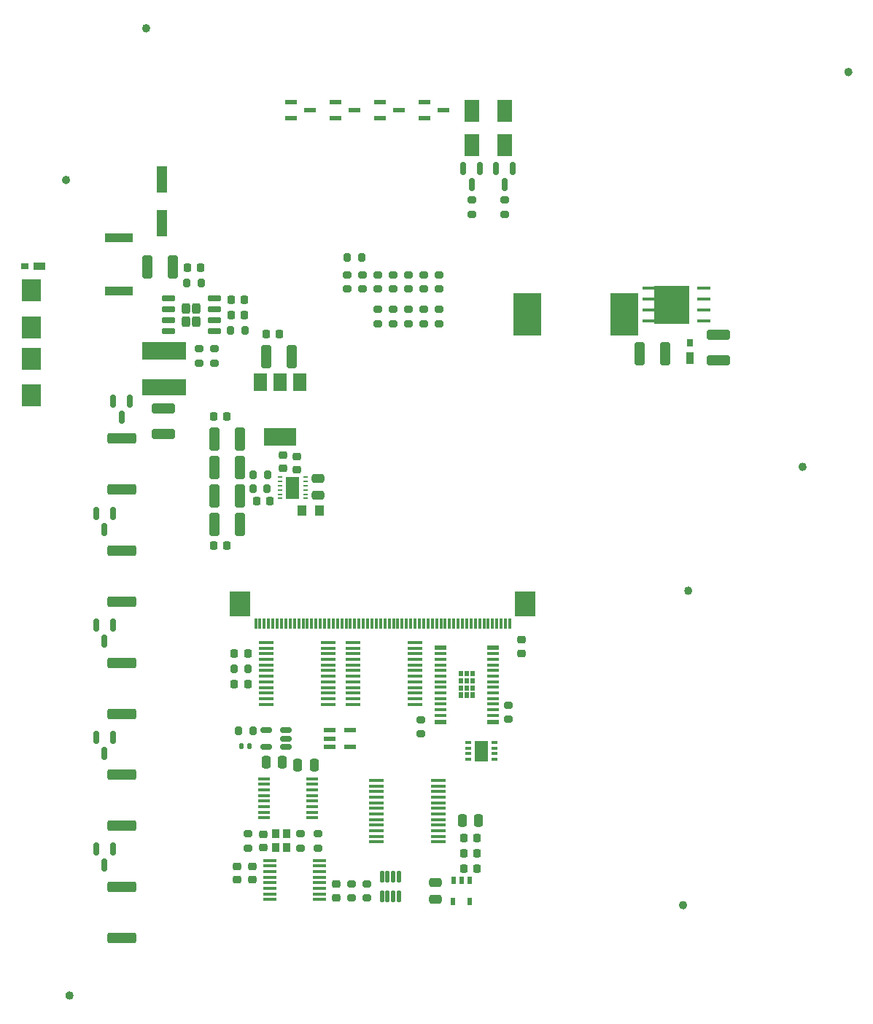
<source format=gtp>
G04 #@! TF.GenerationSoftware,KiCad,Pcbnew,(6.0.1-0)*
G04 #@! TF.CreationDate,2022-02-22T01:29:47+09:00*
G04 #@! TF.ProjectId,qPCR-main,71504352-2d6d-4616-996e-2e6b69636164,rev?*
G04 #@! TF.SameCoordinates,Original*
G04 #@! TF.FileFunction,Paste,Top*
G04 #@! TF.FilePolarity,Positive*
%FSLAX46Y46*%
G04 Gerber Fmt 4.6, Leading zero omitted, Abs format (unit mm)*
G04 Created by KiCad (PCBNEW (6.0.1-0)) date 2022-02-22 01:29:47*
%MOMM*%
%LPD*%
G01*
G04 APERTURE LIST*
G04 Aperture macros list*
%AMRoundRect*
0 Rectangle with rounded corners*
0 $1 Rounding radius*
0 $2 $3 $4 $5 $6 $7 $8 $9 X,Y pos of 4 corners*
0 Add a 4 corners polygon primitive as box body*
4,1,4,$2,$3,$4,$5,$6,$7,$8,$9,$2,$3,0*
0 Add four circle primitives for the rounded corners*
1,1,$1+$1,$2,$3*
1,1,$1+$1,$4,$5*
1,1,$1+$1,$6,$7*
1,1,$1+$1,$8,$9*
0 Add four rect primitives between the rounded corners*
20,1,$1+$1,$2,$3,$4,$5,0*
20,1,$1+$1,$4,$5,$6,$7,0*
20,1,$1+$1,$6,$7,$8,$9,0*
20,1,$1+$1,$8,$9,$2,$3,0*%
G04 Aperture macros list end*
%ADD10C,0.475000*%
%ADD11C,0.100000*%
%ADD12R,1.750000X0.450000*%
%ADD13RoundRect,0.242500X-0.242500X-0.382500X0.242500X-0.382500X0.242500X0.382500X-0.242500X0.382500X0*%
%ADD14RoundRect,0.150000X-0.650000X-0.150000X0.650000X-0.150000X0.650000X0.150000X-0.650000X0.150000X0*%
%ADD15RoundRect,0.150000X-0.150000X0.587500X-0.150000X-0.587500X0.150000X-0.587500X0.150000X0.587500X0*%
%ADD16R,1.500000X2.000000*%
%ADD17R,3.800000X2.000000*%
%ADD18R,1.500000X2.500000*%
%ADD19R,0.499999X0.249999*%
%ADD20R,0.508000X0.825500*%
%ADD21RoundRect,0.250000X0.250000X0.475000X-0.250000X0.475000X-0.250000X-0.475000X0.250000X-0.475000X0*%
%ADD22RoundRect,0.225000X0.225000X0.250000X-0.225000X0.250000X-0.225000X-0.250000X0.225000X-0.250000X0*%
%ADD23RoundRect,0.225000X-0.225000X-0.250000X0.225000X-0.250000X0.225000X0.250000X-0.225000X0.250000X0*%
%ADD24RoundRect,0.225000X0.250000X-0.225000X0.250000X0.225000X-0.250000X0.225000X-0.250000X-0.225000X0*%
%ADD25RoundRect,0.250000X-0.475000X0.250000X-0.475000X-0.250000X0.475000X-0.250000X0.475000X0.250000X0*%
%ADD26RoundRect,0.250000X0.325000X1.100000X-0.325000X1.100000X-0.325000X-1.100000X0.325000X-1.100000X0*%
%ADD27R,2.300000X2.500000*%
%ADD28R,1.000000X1.250000*%
%ADD29RoundRect,0.250000X-1.425000X0.362500X-1.425000X-0.362500X1.425000X-0.362500X1.425000X0.362500X0*%
%ADD30R,3.200000X1.000000*%
%ADD31R,5.100000X1.900000*%
%ADD32R,5.100000X2.100000*%
%ADD33RoundRect,0.200000X0.200000X0.275000X-0.200000X0.275000X-0.200000X-0.275000X0.200000X-0.275000X0*%
%ADD34R,1.800000X2.500000*%
%ADD35RoundRect,0.200000X-0.275000X0.200000X-0.275000X-0.200000X0.275000X-0.200000X0.275000X0.200000X0*%
%ADD36RoundRect,0.200000X0.275000X-0.200000X0.275000X0.200000X-0.275000X0.200000X-0.275000X-0.200000X0*%
%ADD37RoundRect,0.250000X0.475000X-0.250000X0.475000X0.250000X-0.475000X0.250000X-0.475000X-0.250000X0*%
%ADD38R,0.650000X0.350000*%
%ADD39R,1.500000X2.400000*%
%ADD40RoundRect,0.225000X-0.250000X0.225000X-0.250000X-0.225000X0.250000X-0.225000X0.250000X0.225000X0*%
%ADD41RoundRect,0.125000X0.125000X-0.537500X0.125000X0.537500X-0.125000X0.537500X-0.125000X-0.537500X0*%
%ADD42RoundRect,0.150000X0.512500X0.150000X-0.512500X0.150000X-0.512500X-0.150000X0.512500X-0.150000X0*%
%ADD43RoundRect,0.250000X-0.250000X-0.475000X0.250000X-0.475000X0.250000X0.475000X-0.250000X0.475000X0*%
%ADD44R,0.900000X1.000000*%
%ADD45R,1.473200X0.355600*%
%ADD46R,1.570000X0.410000*%
%ADD47R,1.473200X0.558800*%
%ADD48R,0.300000X1.250000*%
%ADD49R,2.400000X3.000000*%
%ADD50R,1.350000X0.600000*%
%ADD51R,1.350000X0.400000*%
%ADD52R,1.219200X3.098800*%
%ADD53R,1.320800X0.558800*%
%ADD54R,1.397000X0.889000*%
%ADD55R,0.863600X0.762000*%
%ADD56RoundRect,0.200000X-0.200000X-0.275000X0.200000X-0.275000X0.200000X0.275000X-0.200000X0.275000X0*%
%ADD57R,0.889000X1.397000*%
%ADD58R,0.762000X0.863600*%
%ADD59R,1.516000X0.457200*%
%ADD60RoundRect,0.250000X1.100000X-0.325000X1.100000X0.325000X-1.100000X0.325000X-1.100000X-0.325000X0*%
%ADD61R,3.250000X5.000000*%
%ADD62RoundRect,0.250000X-0.325000X-1.100000X0.325000X-1.100000X0.325000X1.100000X-0.325000X1.100000X0*%
%ADD63RoundRect,0.140000X-0.140000X-0.170000X0.140000X-0.170000X0.140000X0.170000X-0.140000X0.170000X0*%
G04 APERTURE END LIST*
D10*
X87737503Y-52824990D02*
G75*
G03*
X87737503Y-52824990I-237500J0D01*
G01*
X88137500Y-147500000D02*
G75*
G03*
X88137500Y-147500000I-237500J0D01*
G01*
X97037510Y-35224999D02*
G75*
G03*
X97037510Y-35224999I-237500J0D01*
G01*
X178562493Y-40299996D02*
G75*
G03*
X178562493Y-40299996I-237500J0D01*
G01*
X173237510Y-86124999D02*
G75*
G03*
X173237510Y-86124999I-237500J0D01*
G01*
X159977500Y-100510000D02*
G75*
G03*
X159977500Y-100510000I-237500J0D01*
G01*
X159377500Y-137010000D02*
G75*
G03*
X159377500Y-137010000I-237500J0D01*
G01*
G36*
X133566892Y-110461109D02*
G01*
X133066892Y-110461109D01*
X133066892Y-109861109D01*
X133566892Y-109861109D01*
X133566892Y-110461109D01*
G37*
G36*
X134966892Y-111281109D02*
G01*
X134466892Y-111281109D01*
X134466892Y-110681109D01*
X134966892Y-110681109D01*
X134966892Y-111281109D01*
G37*
G36*
X134966892Y-112921109D02*
G01*
X134466892Y-112921109D01*
X134466892Y-112321109D01*
X134966892Y-112321109D01*
X134966892Y-112921109D01*
G37*
G36*
X133566892Y-111281109D02*
G01*
X133066892Y-111281109D01*
X133066892Y-110681109D01*
X133566892Y-110681109D01*
X133566892Y-111281109D01*
G37*
G36*
X134266892Y-112101109D02*
G01*
X133766892Y-112101109D01*
X133766892Y-111501109D01*
X134266892Y-111501109D01*
X134266892Y-112101109D01*
G37*
G36*
X134266892Y-111281109D02*
G01*
X133766892Y-111281109D01*
X133766892Y-110681109D01*
X134266892Y-110681109D01*
X134266892Y-111281109D01*
G37*
G36*
X134266892Y-110461109D02*
G01*
X133766892Y-110461109D01*
X133766892Y-109861109D01*
X134266892Y-109861109D01*
X134266892Y-110461109D01*
G37*
G36*
X134266892Y-112921109D02*
G01*
X133766892Y-112921109D01*
X133766892Y-112321109D01*
X134266892Y-112321109D01*
X134266892Y-112921109D01*
G37*
G36*
X134966892Y-112101109D02*
G01*
X134466892Y-112101109D01*
X134466892Y-111501109D01*
X134966892Y-111501109D01*
X134966892Y-112101109D01*
G37*
G36*
X134966892Y-110461109D02*
G01*
X134466892Y-110461109D01*
X134466892Y-109861109D01*
X134966892Y-109861109D01*
X134966892Y-110461109D01*
G37*
G36*
X133566892Y-112921109D02*
G01*
X133066892Y-112921109D01*
X133066892Y-112321109D01*
X133566892Y-112321109D01*
X133566892Y-112921109D01*
G37*
G36*
X133566892Y-112101109D02*
G01*
X133066892Y-112101109D01*
X133066892Y-111501109D01*
X133566892Y-111501109D01*
X133566892Y-112101109D01*
G37*
D11*
X155773799Y-69459000D02*
X159761599Y-69459000D01*
X159761599Y-69459000D02*
X159761599Y-65141000D01*
X159761599Y-65141000D02*
X155773799Y-65141000D01*
X155773799Y-65141000D02*
X155773799Y-69459000D01*
G36*
X159761599Y-69459000D02*
G01*
X155773799Y-69459000D01*
X155773799Y-65141000D01*
X159761599Y-65141000D01*
X159761599Y-69459000D01*
G37*
X159761599Y-69459000D02*
X155773799Y-69459000D01*
X155773799Y-65141000D01*
X159761599Y-65141000D01*
X159761599Y-69459000D01*
D12*
X110740005Y-106534000D03*
X110740005Y-107184000D03*
X110740005Y-107834000D03*
X110740005Y-108484000D03*
X110740005Y-109134000D03*
X110740005Y-109784000D03*
X110740005Y-110434000D03*
X110740005Y-111084000D03*
X110740005Y-111734000D03*
X110740005Y-112384000D03*
X110740005Y-113034000D03*
X110740005Y-113684000D03*
X117940005Y-113684000D03*
X117940005Y-113034000D03*
X117940005Y-112384000D03*
X117940005Y-111734000D03*
X117940005Y-111084000D03*
X117940005Y-110434000D03*
X117940005Y-109784000D03*
X117940005Y-109134000D03*
X117940005Y-108484000D03*
X117940005Y-107834000D03*
X117940005Y-107184000D03*
X117940005Y-106534000D03*
D13*
X101450012Y-69274990D03*
X102650012Y-69274990D03*
X101450012Y-67724990D03*
X102650012Y-67724990D03*
D14*
X99400012Y-66594990D03*
X99400012Y-67864990D03*
X99400012Y-69134990D03*
X99400012Y-70404990D03*
X104700012Y-70404990D03*
X104700012Y-69134990D03*
X104700012Y-67864990D03*
X104700012Y-66594990D03*
D15*
X94886000Y-78512500D03*
X92986000Y-78512500D03*
X93936000Y-80387500D03*
X92926000Y-91512500D03*
X91026000Y-91512500D03*
X91976000Y-93387500D03*
X92926000Y-104512500D03*
X91026000Y-104512500D03*
X91976000Y-106387500D03*
X92926000Y-117512500D03*
X91026000Y-117512500D03*
X91976000Y-119387500D03*
X92926000Y-130512500D03*
X91026000Y-130512500D03*
X91976000Y-132387500D03*
D16*
X114625000Y-76325000D03*
X112325000Y-76325000D03*
X110025000Y-76325000D03*
D17*
X112325000Y-82625000D03*
D18*
X113830000Y-88550000D03*
D19*
X115280000Y-87300000D03*
X115280000Y-87799999D03*
X115280000Y-88300000D03*
X115280000Y-88800000D03*
X115280000Y-89300001D03*
X115280000Y-89800000D03*
X112380000Y-89800000D03*
X112380000Y-89300001D03*
X112380000Y-88800000D03*
X112380000Y-88300000D03*
X112380000Y-87799999D03*
X112380000Y-87300000D03*
D20*
X134349795Y-134096354D03*
X133409995Y-134096354D03*
X132470195Y-134096354D03*
X132457495Y-136623654D03*
X134362495Y-136623654D03*
D21*
X135410000Y-127150000D03*
X133510000Y-127150000D03*
D22*
X135235000Y-129182000D03*
X133685000Y-129182000D03*
D23*
X110725000Y-70670000D03*
X112275000Y-70670000D03*
D22*
X135235000Y-130960000D03*
X133685000Y-130960000D03*
X104625000Y-80280000D03*
X106175000Y-80280000D03*
X109625000Y-90090000D03*
X111175000Y-90090000D03*
D24*
X114290000Y-84945000D03*
X114290000Y-86495000D03*
X112670000Y-84775000D03*
X112670000Y-86325000D03*
D25*
X116770000Y-89410000D03*
X116770000Y-87510000D03*
D26*
X104725000Y-89480000D03*
X107675000Y-89480000D03*
D27*
X83500000Y-69950000D03*
X83500000Y-65650000D03*
X83500000Y-73550000D03*
X83500000Y-77850000D03*
D28*
X114880000Y-91220000D03*
X116880000Y-91220000D03*
D29*
X93936000Y-82857500D03*
X93936000Y-88782500D03*
X93936000Y-95857500D03*
X93936000Y-101782500D03*
X93936000Y-108857500D03*
X93936000Y-114782500D03*
X93936000Y-121857500D03*
X93936000Y-127782500D03*
X93936000Y-134857500D03*
X93936000Y-140782500D03*
D22*
X135235000Y-132738000D03*
X133685000Y-132738000D03*
D30*
X93650000Y-59500000D03*
X93650000Y-65700000D03*
D31*
X98900000Y-76900000D03*
D32*
X98900000Y-72700000D03*
D22*
X108217000Y-66721990D03*
X106667000Y-66721990D03*
X108217000Y-68499990D03*
X106667000Y-68499990D03*
D26*
X104725000Y-92780000D03*
X107675000Y-92780000D03*
D33*
X109175000Y-88620000D03*
X110825000Y-88620000D03*
X109225000Y-87060000D03*
X110875000Y-87060000D03*
D34*
X134590000Y-48790000D03*
X134590000Y-44790000D03*
X138400000Y-48790000D03*
X138400000Y-44790000D03*
D15*
X135540000Y-51452500D03*
X133640000Y-51452500D03*
X134590000Y-53327500D03*
X139350000Y-51452500D03*
X137450000Y-51452500D03*
X138400000Y-53327500D03*
D35*
X134590000Y-55175000D03*
X134590000Y-56825000D03*
D36*
X138400000Y-55175000D03*
X138400000Y-56825000D03*
D37*
X130359988Y-136310004D03*
X130359988Y-134410004D03*
D38*
X134170000Y-118135000D03*
X134170000Y-118785000D03*
X134170000Y-119435001D03*
X134170000Y-120084999D03*
X137270000Y-120084999D03*
X137270000Y-119435001D03*
X137270000Y-118785000D03*
X137270000Y-118135000D03*
D39*
X135720000Y-119110000D03*
D12*
X120789998Y-106534000D03*
X120789998Y-107184000D03*
X120789998Y-107834000D03*
X120789998Y-108484000D03*
X120789998Y-109134000D03*
X120789998Y-109784000D03*
X120789998Y-110434000D03*
X120789998Y-111084000D03*
X120789998Y-111734000D03*
X120789998Y-112384000D03*
X120789998Y-113034000D03*
X120789998Y-113684000D03*
X127989998Y-113684000D03*
X127989998Y-113034000D03*
X127989998Y-112384000D03*
X127989998Y-111734000D03*
X127989998Y-111084000D03*
X127989998Y-110434000D03*
X127989998Y-109784000D03*
X127989998Y-109134000D03*
X127989998Y-108484000D03*
X127989998Y-107834000D03*
X127989998Y-107184000D03*
X127989998Y-106534000D03*
D22*
X108584995Y-111349993D03*
X107034995Y-111349993D03*
D24*
X140360000Y-107755000D03*
X140360000Y-106205000D03*
D23*
X107034995Y-107793993D03*
X108584995Y-107793993D03*
D40*
X107365800Y-132524200D03*
X107365800Y-134074200D03*
D24*
X109143800Y-134074200D03*
X109143800Y-132524200D03*
X118872000Y-136135004D03*
X118872000Y-134585004D03*
D21*
X112620000Y-120450000D03*
X110720000Y-120450000D03*
D41*
X124165000Y-135947500D03*
X124815000Y-135947500D03*
X125465000Y-135947500D03*
X126115000Y-135947500D03*
X126115000Y-133672500D03*
X125465000Y-133672500D03*
X124815000Y-133672500D03*
X124165000Y-133672500D03*
D42*
X113004993Y-118609988D03*
X113004993Y-117659988D03*
X113004993Y-116709988D03*
X110729993Y-116709988D03*
X110729993Y-118609988D03*
D43*
X114400000Y-120790000D03*
X116300000Y-120790000D03*
D44*
X113084500Y-130352500D03*
X113084500Y-128727500D03*
X111859500Y-128727500D03*
X111859500Y-130352500D03*
D24*
X110380000Y-130315000D03*
X110380000Y-128765000D03*
D35*
X114698000Y-128715000D03*
X114698000Y-130365000D03*
X116730000Y-128715000D03*
X116730000Y-130365000D03*
D45*
X116109400Y-126874999D03*
X116109400Y-126225001D03*
X116109400Y-125574999D03*
X116109400Y-124925001D03*
X116109400Y-124275002D03*
X116109400Y-123625001D03*
X116109400Y-122975002D03*
X116109400Y-122325001D03*
X110470600Y-122325001D03*
X110470600Y-122974999D03*
X110470600Y-123625001D03*
X110470600Y-124274999D03*
X110470600Y-124924998D03*
X110470600Y-125574999D03*
X110470600Y-126224998D03*
X110470600Y-126874999D03*
D46*
X111150000Y-131815000D03*
X111150000Y-132465000D03*
X111150000Y-133115000D03*
X111150000Y-133765000D03*
X111150000Y-134415000D03*
X111150000Y-135065000D03*
X111150000Y-135715000D03*
X111150000Y-136365000D03*
X116890000Y-136365000D03*
X116890000Y-135715000D03*
X116890000Y-135065000D03*
X116890000Y-134415000D03*
X116890000Y-133765000D03*
X116890000Y-133115000D03*
X116890000Y-132465000D03*
X116890000Y-131815000D03*
D47*
X118116198Y-116709987D03*
X118116198Y-117659988D03*
X118116198Y-118609989D03*
X120503798Y-118609989D03*
X120503798Y-116709987D03*
D35*
X108602000Y-128715000D03*
X108602000Y-130365000D03*
D33*
X108634995Y-109571993D03*
X106984995Y-109571993D03*
D36*
X120650000Y-136185004D03*
X120650000Y-134535004D03*
X122428000Y-136185004D03*
X122428000Y-134535004D03*
D12*
X130750012Y-129664994D03*
X130750012Y-129014994D03*
X130750012Y-128364994D03*
X130750012Y-127714994D03*
X130750012Y-127064994D03*
X130750012Y-126414994D03*
X130750012Y-125764994D03*
X130750012Y-125114994D03*
X130750012Y-124464994D03*
X130750012Y-123814994D03*
X130750012Y-123164994D03*
X130750012Y-122514994D03*
X123550012Y-122514994D03*
X123550012Y-123164994D03*
X123550012Y-123814994D03*
X123550012Y-124464994D03*
X123550012Y-125114994D03*
X123550012Y-125764994D03*
X123550012Y-126414994D03*
X123550012Y-127064994D03*
X123550012Y-127714994D03*
X123550012Y-128364994D03*
X123550012Y-129014994D03*
X123550012Y-129664994D03*
D48*
X139020000Y-104340000D03*
X138520000Y-104340000D03*
X138020000Y-104340000D03*
X137520000Y-104340000D03*
X137020000Y-104340000D03*
X136520000Y-104340000D03*
X136020000Y-104340000D03*
X135520000Y-104340000D03*
X135020000Y-104340000D03*
X134520000Y-104340000D03*
X134020000Y-104340000D03*
X133520000Y-104340000D03*
X133020000Y-104340000D03*
X132520000Y-104340000D03*
X132020000Y-104340000D03*
X131520000Y-104340000D03*
X131020000Y-104340000D03*
X130520000Y-104340000D03*
X130020000Y-104340000D03*
X129520000Y-104340000D03*
X129020000Y-104340000D03*
X128520000Y-104340000D03*
X128020000Y-104340000D03*
X127520000Y-104340000D03*
X127020000Y-104340000D03*
X126520000Y-104340000D03*
X126020000Y-104340000D03*
X125520000Y-104340000D03*
X125020000Y-104340000D03*
X124520000Y-104340000D03*
X124020000Y-104340000D03*
X123520000Y-104340000D03*
X123020000Y-104340000D03*
X122520000Y-104340000D03*
X122020000Y-104340000D03*
X121520000Y-104340000D03*
X121020000Y-104340000D03*
X120520000Y-104340000D03*
X120020000Y-104340000D03*
X119520000Y-104340000D03*
X119020000Y-104340000D03*
X118520000Y-104340000D03*
X118020000Y-104340000D03*
X117520000Y-104340000D03*
X117020000Y-104340000D03*
X116520000Y-104340000D03*
X116020000Y-104340000D03*
X115520000Y-104340000D03*
X115020000Y-104340000D03*
X114520000Y-104340000D03*
X114020000Y-104340000D03*
X113520000Y-104340000D03*
X113020000Y-104340000D03*
X112520000Y-104340000D03*
X112020000Y-104340000D03*
X111520000Y-104340000D03*
X111020000Y-104340000D03*
X110520000Y-104340000D03*
X110020000Y-104340000D03*
X109520000Y-104340000D03*
D49*
X140820000Y-102015000D03*
X107720000Y-102015000D03*
D50*
X137066892Y-115726109D03*
D51*
X137066892Y-114976109D03*
X137066892Y-114326109D03*
X137066892Y-113676109D03*
X137066892Y-113026109D03*
X137066892Y-112376109D03*
X137066892Y-111726109D03*
X137066892Y-111076109D03*
X137066892Y-110426109D03*
X137066892Y-109776109D03*
X137066892Y-109126109D03*
X137066892Y-108476109D03*
X137066892Y-107826109D03*
D50*
X137066892Y-107076109D03*
X130966892Y-107076109D03*
D51*
X130966892Y-107826109D03*
X130966892Y-108476109D03*
X130966892Y-109126109D03*
X130966892Y-109776109D03*
X130966892Y-110426109D03*
X130966892Y-111076109D03*
X130966892Y-111726109D03*
X130966892Y-112376109D03*
X130966892Y-113026109D03*
X130966892Y-113676109D03*
X130966892Y-114326109D03*
X130966892Y-114976109D03*
D50*
X130966892Y-115726109D03*
D52*
X98650000Y-57852700D03*
X98650000Y-52747300D03*
D53*
X123942800Y-43760200D03*
X123942800Y-45639800D03*
X126127200Y-44700000D03*
X129107800Y-43760200D03*
X129107800Y-45639800D03*
X131292200Y-44700000D03*
X118777800Y-43760200D03*
X118777800Y-45639800D03*
X120962200Y-44700000D03*
X113612800Y-43760200D03*
X113612800Y-45639800D03*
X115797200Y-44700000D03*
D54*
X84449300Y-62800000D03*
D55*
X82684000Y-62800000D03*
D22*
X103137000Y-62992000D03*
X101587000Y-62992000D03*
D56*
X101537000Y-64770000D03*
X103187000Y-64770000D03*
D57*
X159900000Y-73499300D03*
D58*
X159900000Y-71734000D03*
D59*
X161510199Y-69205000D03*
X161510199Y-67935000D03*
X161510199Y-66665000D03*
X161510199Y-65395000D03*
X155168199Y-65395000D03*
X155168199Y-66665000D03*
X155168199Y-67935000D03*
X155168199Y-69205000D03*
D60*
X163230000Y-73745000D03*
X163230000Y-70795000D03*
D26*
X157065000Y-73030000D03*
X154115000Y-73030000D03*
D61*
X152285000Y-68410000D03*
X141035000Y-68410000D03*
D35*
X130838000Y-63825000D03*
X130838000Y-65475000D03*
X120170000Y-63825000D03*
X120170000Y-65475000D03*
D36*
X127282000Y-65475000D03*
X127282000Y-63825000D03*
X129060000Y-65475000D03*
X129060000Y-63825000D03*
X121948000Y-65475000D03*
X121948000Y-63825000D03*
X123726000Y-65475000D03*
X123726000Y-63825000D03*
X125504000Y-65475000D03*
X125504000Y-63825000D03*
D35*
X130838000Y-67855000D03*
X130838000Y-69505000D03*
D33*
X121825000Y-61800000D03*
X120175000Y-61800000D03*
D35*
X127282000Y-67855000D03*
X127282000Y-69505000D03*
X129060000Y-67855000D03*
X129060000Y-69505000D03*
X125504000Y-67855000D03*
X125504000Y-69505000D03*
X123726000Y-67855000D03*
X123726000Y-69505000D03*
X128710000Y-115485000D03*
X128710000Y-117135000D03*
D22*
X104615000Y-95290000D03*
X106165000Y-95290000D03*
D62*
X110725000Y-73310000D03*
X113675000Y-73310000D03*
D26*
X104725000Y-86180000D03*
X107675000Y-86180000D03*
X104725000Y-82880000D03*
X107675000Y-82880000D03*
D56*
X108267000Y-70277990D03*
X106617000Y-70277990D03*
D60*
X98840000Y-82285000D03*
X98840000Y-79335000D03*
D36*
X138830000Y-115415000D03*
X138830000Y-113765000D03*
D63*
X107869999Y-118550004D03*
X108829999Y-118550004D03*
D33*
X109175000Y-116772000D03*
X107525000Y-116772000D03*
D36*
X102932000Y-74065000D03*
X102932000Y-72415000D03*
X104710000Y-74065000D03*
X104710000Y-72415000D03*
D26*
X99875000Y-62950000D03*
X96925000Y-62950000D03*
M02*

</source>
